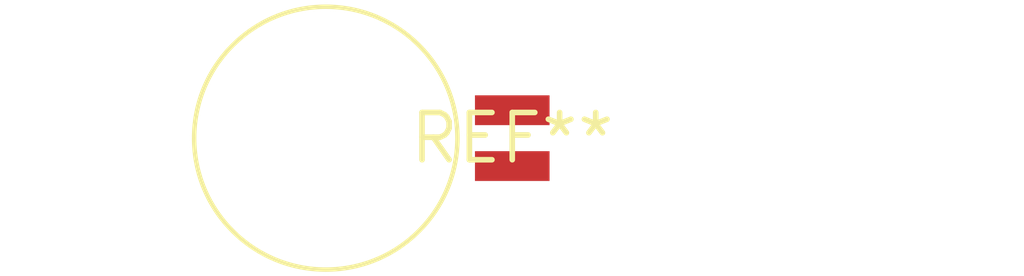
<source format=kicad_pcb>
(kicad_pcb (version 20240108) (generator pcbnew)
  (layers (0 "F.Cu" signal) (31 "B.Cu" signal) (34 "B.Paste" user) (35 "F.Paste" user) (36 "B.SilkS" user "B.Silkscreen") (37 "F.SilkS" user "F.Silkscreen") (38 "B.Mask" user) (39 "F.Mask" user) (44 "Edge.Cuts" user))
  (net 0 "")
  (footprint "BatteryHolder_Seiko_MS621F" (layer "F.Cu") (at 0 0)
    (property "Reference" "REF**")
    (property "Value" "BatteryHolder_Seiko_MS621F")
    (fp_circle (center -5 0) (end -1.47 0) (layer "F.SilkS") (stroke (width 0.12)) (fill none))
    (pad "1" smd rect (at 0 -0.75) (size 2 0.8) (layers "F.Cu" "F.Paste" "F.Mask"))
    (pad "2" smd rect (at 0 0.75) (size 2 0.8) (layers "F.Cu" "F.Paste" "F.Mask"))
  )
)
</source>
